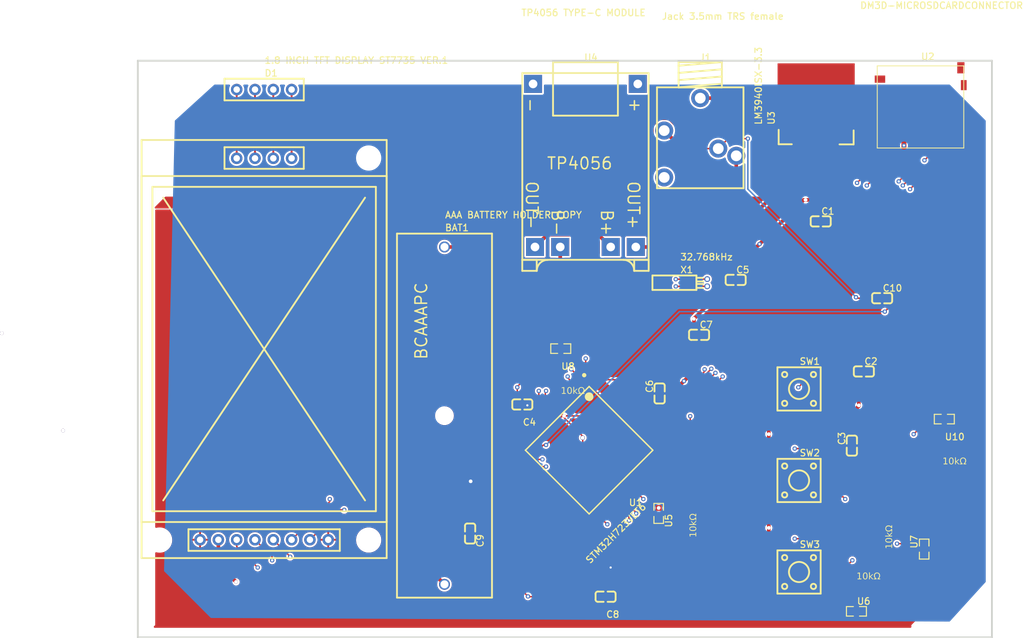
<source format=kicad_pcb>
(kicad_pcb (version 20241229) (generator "pcbnew") (generator_version "9.0")
  (layers (0 "F.Cu" signal "TopLayer") (4 "In1.Cu" signal "Inner1") (6 "In2.Cu" signal "Inner2") (2 "B.Cu" signal "BottomLayer") (13 "F.Paste" user "TopPasteMaskLayer") (15 "B.Paste" user "BottomPasteMaskLayer") (5 "F.SilkS" user "TopSilkLayer") (7 "B.SilkS" user "BottomSilkLayer") (1 "F.Mask" user "TopSolderMaskLayer") (3 "B.Mask" user "BottomSolderMaskLayer") (25 "Edge.Cuts" user "BoardOutLine"))
  (net 0 "")
  (net 1 "VCC")
  (net 2 "ANALOG_OUT")
  (net 3 "SDMMC_D1")
  (net 4 "SDMMC_D0")
  (net 5 "GND")
  (net 6 "SW1_4")
  (net 7 "SPI_MOSI")
  (net 8 "SDMMC_CMD")
  (net 9 "SW3_4")
  (net 10 "SDMMC_D2")
  (net 11 "SDMMC_CK")
  (net 12 "B-")
  (net 13 "VCC(ANALOG)")
  (net 14 "B+")
  (net 15 "CS")
  (net 16 "DC")
  (net 17 "SPI_SCK")
  (net 18 "RES")
  (net 19 "U1_12")
  (net 20 "U1_13")
  (net 21 "BTN_UP")
  (net 22 "BTN_DOWN")
  (net 23 "BTN_SELECT")
  (net 24 "J1_3")
  (net 25 "GND(ANALOG)")
  (net 26 "+5V")
  (net 27 "SW2_4")
  (net 28 "U1_98")
  (net 29 "U1_97")
  (net 30 "U1_96")
  (net 31 "U1_95")
  (net 32 "U1_94")
  (net 33 "U1_93")
  (net 34 "U1_92")
  (net 35 "U1_91")
  (net 36 "U1_90")
  (net 37 "U1_89")
  (net 38 "U1_88")
  (net 39 "U1_87")
  (net 40 "U1_86")
  (net 41 "U1_85")
  (net 42 "U1_84")
  (net 43 "U1_82")
  (net 44 "U1_81")
  (net 45 "U1_77")
  (net 46 "U1_76")
  (net 47 "U1_73")
  (net 48 "U1_72")
  (net 49 "U1_71")
  (net 50 "U1_70")
  (net 51 "U1_69")
  (net 52 "U1_68")
  (net 53 "U1_67")
  (net 54 "U1_65")
  (net 55 "U1_63")
  (net 56 "U1_62")
  (net 57 "U1_61")
  (net 58 "U1_59")
  (net 59 "U1_57")
  (net 60 "U1_56")
  (net 61 "U1_55")
  (net 62 "U1_54")
  (net 63 "U1_53")
  (net 64 "U1_51")
  (net 65 "U1_48")
  (net 66 "U1_47")
  (net 67 "U1_46")
  (net 68 "U1_45")
  (net 69 "U1_44")
  (net 70 "U1_43")
  (net 71 "U1_42")
  (net 72 "U1_41")
  (net 73 "U1_40")
  (net 74 "U1_39")
  (net 75 "U1_38")
  (net 76 "U1_37")
  (net 77 "U1_36")
  (net 78 "U1_35")
  (net 79 "U1_34")
  (net 80 "U1_33")
  (net 81 "U1_32")
  (net 82 "U1_30")
  (net 83 "U1_25")
  (net 84 "U1_24")
  (net 85 "U1_23")
  (net 86 "U1_22")
  (net 87 "U1_20")
  (net 88 "U1_18")
  (net 89 "U1_17")
  (net 90 "U1_16")
  (net 91 "U1_15")
  (net 92 "U1_14")
  (net 93 "U1_9")
  (net 94 "U1_8")
  (net 95 "U1_7")
  (net 96 "U1_6")
  (net 97 "U1_5")
  (net 98 "U1_4")
  (net 99 "SDMMC_D3")
  (net 100 "U2_P$9")
  (net 101 "U2_P$10")
  (net 102 "U2_P$11")
  (net 103 "U2_P$12")
  (net 104 "U2_P$13")
  (net 105 "U2_P$14")
  (net 106 "U4_5")
  (net 107 "U4_6")
  (footprint "PCB_PCB_MP3-V3.0_2025-07-22:C0603" (layer "F.Cu") (at 159.756 106.853 90)
    (property "Reference" "C6")
    (property "Value" "CAPCER0.1UF16VX5R0603,CAPCER0.1UF25VX5R0603,CAPCER0.1UF16VX7R0603" (hide yes))
  )
  (footprint "PCB_PCB_MP3-V3.0_2025-07-22:C0603" (layer "F.Cu") (at 152.263 135.047 180)
    (property "Reference" "C8")
    (property "Value" "CAPCER0.1UF16VX5R0603,CAPCER0.1UF25VX5R0603,CAPCER0.1UF16VX7R0603" (hide yes))
  )
  (footprint "PCB_PCB_MP3-V3.0_2025-07-22:SW-SMD_4P-L6.0-W6.0-P4.50-LS9.0-H7.3" (layer "F.Cu") (at 179.0999 106.222)
    (property "Reference" "SW1")
    (property "Value" "HX-6X6X7.3-TP FT SQUARE BUTTON" (hide yes))
  )
  (footprint "PCB_PCB_MP3-V3.0_2025-07-22:JACK_35_ST" (layer "F.Cu") (at 160.391 76.881)
    (property "Reference" "J1")
    (property "Value" "Jack 3.5mm TRS female")
  )
  (footprint "PCB_PCB_MP3-V3.0_2025-07-22:AAA BATTERY HOLDER (BCAAAPC)" (layer "F.Cu") (at 129.911 86.533)
    (property "Reference" "BAT1")
    (property "Value" "AAA BATTERY HOLDER COPY")
  )
  (footprint "PCB_PCB_MP3-V3.0_2025-07-22:R0603" (layer "F.Cu") (at 196.459 128.443 90)
    (property "Reference" "U7")
    (property "Value" "10kΩ")
  )
  (footprint "PCB_PCB_MP3-V3.0_2025-07-22:SW-SMD_4P-L6.0-W6.0-P4.50-LS9.0-H7.3" (layer "F.Cu") (at 179.0999 118.922)
    (property "Reference" "SW2")
    (property "Value" "HX-6X6X7.3-TP FT SQUARE BUTTON" (hide yes))
  )
  (footprint "PCB_PCB_MP3-V3.0_2025-07-22:C0603" (layer "F.Cu") (at 170.3099 91.097)
    (property "Reference" "C5")
    (property "Value" "CAPCER0.1UF16VX5R0603,CAPCER0.1UF25VX5R0603,CAPCER0.1UF16VX7R0603" (hide yes))
  )
  (footprint "PCB_PCB_MP3-V3.0_2025-07-22:SW-SMD_4P-L6.0-W6.0-P4.50-LS9.0-H7.3" (layer "F.Cu") (at 179.0999 131.622)
    (property "Reference" "SW3")
    (property "Value" "HX-6X6X7.3-TP FT SQUARE BUTTON" (hide yes))
  )
  (footprint "PCB_PCB_MP3-V3.0_2025-07-22:TO-263-3L_L10.0-W9.2-P2.54-TL" (layer "F.Cu") (at 181.473 70.658 90)
    (property "Reference" "U3")
    (property "Value" "LM3940ISX-3.3")
  )
  (footprint "PCB_PCB_MP3-V3.0_2025-07-22:R0603" (layer "F.Cu") (at 159.629 123.49 -90)
    (property "Reference" "U5")
    (property "Value" "10kΩ")
  )
  (footprint "PCB_PCB_MP3-V3.0_2025-07-22:R0603" (layer "F.Cu") (at 146.04 100.63 180)
    (property "Reference" "U8")
    (property "Value" "10kΩ")
  )
  (footprint "PCB_PCB_MP3-V3.0_2025-07-22:R0603" (layer "F.Cu") (at 187.061 137.079)
    (property "Reference" "U6")
    (property "Value" "10kΩ")
  )
  (footprint "PCB_PCB_MP3-V3.0_2025-07-22:C0603" (layer "F.Cu") (at 186.426 114.092 90)
    (property "Reference" "C3")
    (property "Value" "CAPCER0.1UF16VX5R0603,CAPCER0.1UF25VX5R0603,CAPCER0.1UF16VX7R0603" (hide yes))
  )
  (footprint "PCB_PCB_MP3-V3.0_2025-07-22:TP4056 TYPE-C MODULE, 18650 1A LIPO BATTERY CHARGING BOARD" (layer "F.Cu") (at 149.469 62.403)
    (property "Reference" "U4")
    (property "Value" "TP4056 TYPE-C MODULE")
  )
  (footprint "PCB_PCB_MP3-V3.0_2025-07-22:C0603" (layer "F.Cu") (at 165.2299 98.717)
    (property "Reference" "C7")
    (property "Value" "CAPCER0.1UF16VX5R0603,CAPCER0.1UF25VX5R0603,CAPCER0.1UF16VX7R0603" (hide yes))
  )
  (footprint "PCB_PCB_MP3-V3.0_2025-07-22:DM3D-MICROSDCARDCONNECTOR" (layer "F.Cu") (at 195.951 67.102)
    (property "Reference" "U2")
    (property "Value" "DM3D-MICROSDCARDCONNECTOR")
  )
  (footprint "PCB_PCB_MP3-V3.0_2025-07-22:C0603" (layer "F.Cu") (at 133.467 126.284 -90)
    (property "Reference" "C9")
    (property "Value" "CAPCER0.1UF16VX5R0603,CAPCER0.1UF25VX5R0603,CAPCER0.1UF16VX7R0603" (hide yes))
  )
  (footprint "PCB_PCB_MP3-V3.0_2025-07-22:R0603" (layer "F.Cu") (at 199.253 110.409 180)
    (property "Reference" "U10")
    (property "Value" "10kΩ")
  )
  (footprint "PCB_PCB_MP3-V3.0_2025-07-22:C0603" (layer "F.Cu") (at 190.6299 93.637)
    (property "Reference" "C10")
    (property "Value" "CAPCER0.1UF16VX5R0603,CAPCER0.1UF25VX5R0603,CAPCER0.1UF16VX7R0603" (hide yes))
  )
  (footprint "PCB_PCB_MP3-V3.0_2025-07-22:1.8_INCH_TFT_DISPLAY_ST7735" (layer "F.Cu") (at 104.8919 100.6891)
    (property "Reference" "D1")
    (property "Value" "1.8 INCH TFT DISPLAY ST7735 VER.1")
  )
  (footprint "PCB_PCB_MP3-V3.0_2025-07-22:C0603" (layer "F.Cu") (at 140.706 108.377 180)
    (property "Reference" "C4")
    (property "Value" "CAPCER0.1UF16VX5R0603,CAPCER0.1UF25VX5R0603,CAPCER0.1UF16VX7R0603" (hide yes))
  )
  (footprint "PCB_PCB_MP3-V3.0_2025-07-22:C0603" (layer "F.Cu") (at 188.0899 103.797)
    (property "Reference" "C2")
    (property "Value" "CAPCER0.1UF16VX5R0603,CAPCER0.1UF25VX5R0603,CAPCER0.1UF16VX7R0603" (hide yes))
  )
  (footprint "PCB_PCB_MP3-V3.0_2025-07-22:CRYSTAL-TH_BD2.0-P0.70-D0.3" (layer "F.Cu") (at 166.36 91.486)
    (property "Reference" "X1")
    (property "Value" "32.768kHz")
  )
  (footprint "PCB_PCB_MP3-V3.0_2025-07-22:LQFP-100_L14.0-W14.0-P0.50-LS16.0-BL" (layer "F.Cu") (at 149.977 114.727 -135)
    (property "Reference" "U1")
    (property "Value" "STM32H723VET6")
  )
  (footprint "PCB_PCB_MP3-V3.0_2025-07-22:C0603" (layer "F.Cu") (at 182.108 82.977)
    (property "Reference" "C1")
    (property "Value" "CAPCER0.1UF16VX5R0603,CAPCER0.1UF25VX5R0603,CAPCER0.1UF16VX7R0603" (hide yes))
  )
  (gr_line (start 87.366 60.6882) (end 205.8567 60.6882) (stroke (width 0.254)) (layer "Edge.Cuts"))
  (gr_line (start 205.8567 140.688) (end 87.366 140.688) (stroke (width 0.254)) (layer "Edge.Cuts"))
  (gr_line (start 87.366 140.688) (end 87.366 60.6882) (stroke (width 0.254)) (layer "Edge.Cuts"))
  (gr_line (start 205.8567 60.6882) (end 205.8567 140.688) (stroke (width 0.254)) (layer "Edge.Cuts"))
  (via (at 68.5 98.5) (size 0.508) (drill 0.508) (layers "F.Cu" "B.Cu") (net 0))
  (via (at 77 112) (size 0.508) (drill 0.508) (layers "F.Cu" "B.Cu") (net 0))
  (segment (start 195.227852 71.271) (end 188.7002 71.271) (width 0.2) (layer "F.Cu") (net 1))
  (segment (start 184.013 81.772) (end 182.808 82.977) (width 0.508) (layer "F.Cu") (net 1))
  (segment (start 188.7002 71.271) (end 184.013 75.9582) (width 0.2) (layer "F.Cu") (net 1))
  (segment (start 170.5 80.4901) (end 160.391 70.3811) (width 0.508) (layer "F.Cu") (net 1))
  (segment (start 170.391 81.391) (end 170.5 81.5) (width 0.508) (layer "F.Cu") (net 1))
  (segment (start 200.0064 110.409) (end 193.3945 103.7971) (width 0.508) (layer "F.Cu") (net 1))
  (segment (start 170.391 73.8813) (end 170.391 81.391) (width 0.508) (layer "F.Cu") (net 1))
  (segment (start 175.6459 91.0971) (end 171.01 91.0971) (width 0.508) (layer "F.Cu") (net 1))
  (segment (start 186.426 113.392) (end 197.0234 113.392) (width 0.508) (layer "F.Cu") (net 1))
  (segment (start 197.0234 113.392) (end 200.0064 110.409) (width 0.508) (layer "F.Cu") (net 1))
  (segment (start 195.8509 72.4523) (end 195.8509 71.894048) (width 0.2) (layer "F.Cu") (net 1))
  (segment (start 170.5 81.5) (end 170.5 80.4901) (width 0.508) (layer "F.Cu") (net 1))
  (segment (start 182.808 83.935) (end 175.6459 91.0971) (width 0.508) (layer "F.Cu") (net 1))
  (segment (start 193.3945 103.7971) (end 188.79 103.7971) (width 0.508) (layer "F.Cu") (net 1))
  (segment (start 182.808 82.977) (end 182.808 83.935) (width 0.508) (layer "F.Cu") (net 1))
  (segment (start 184.013 75.9582) (end 184.013 81.772) (width 0.508) (layer "F.Cu") (net 1))
  (segment (start 195.8509 71.894048) (end 195.227852 71.271) (width 0.2) (layer "F.Cu") (net 1))
  (segment (start 191.33 95.17) (end 191 95.5) (width 0.2) (layer "F.Cu") (net 2))
  (segment (start 191.33 93.6371) (end 191.33 95.17) (width 0.2) (layer "F.Cu") (net 2))
  (segment (start 143.6331 114) (end 141.103 116.5301) (width 0.2) (layer "F.Cu") (net 2))
  (segment (start 144 114) (end 143.6331 114) (width 0.2) (layer "F.Cu") (net 2))
  (via (at 191 95.5) (size 0.6) (drill 0.3) (layers "F.Cu" "B.Cu") (net 2))
  (via (at 144 114) (size 0.6) (drill 0.3) (layers "F.Cu" "B.Cu") (net 2))
  (segment (start 162.5 95.5) (end 144 114) (width 0.2) (layer "B.Cu") (net 2))
  (segment (start 191 95.5) (end 162.5 95.5) (width 0.2) (layer "B.Cu") (net 2))
  (segment (start 164 115.5) (end 164 110) (width 0.2) (layer "F.Cu") (net 3))
  (segment (start 159.938081 119.561919) (end 164 115.5) (width 0.2) (layer "F.Cu") (net 3))
  (segment (start 191.4511 73.332) (end 191.4511 72.4523) (width 0.2) (layer "F.Cu") (net 3))
  (segment (start 156.933318 119.561919) (end 159.938081 119.561919) (width 0.2) (layer "F.Cu") (net 3))
  (segment (start 156.3763 119.004901) (end 156.933318 119.561919) (width 0.2) (layer "F.Cu") (net 3))
  (segment (start 187.14155 77.64155) (end 191.4511 73.332) (width 0.2) (layer "F.Cu") (net 3))
  (via (at 187.14155 77.64155) (size 0.6) (drill 0.3) (layers "F.Cu" "B.Cu") (net 3))
  (via (at 164 110) (size 0.6) (drill 0.3) (layers "F.Cu" "B.Cu") (net 3))
  (segment (start 192.551 73.949) (end 188.5 78) (width 0.2) (layer "F.Cu") (net 4))
  (segment (start 152.4715 125) (end 152.5 125) (width 0.2) (layer "F.Cu") (net 4))
  (segment (start 192.551 72.4523) (end 192.551 73.949) (width 0.2) (layer "F.Cu") (net 4))
  (segment (start 151.4263 123.9548) (end 152.4715 125) (width 0.2) (layer "F.Cu") (net 4))
  (via (at 188.5 78) (size 0.6) (drill 0.3) (layers "F.Cu" "B.Cu") (net 4))
  (via (at 152.5 125) (size 0.6) (drill 0.3) (layers "F.Cu" "B.Cu") (net 4))
  (segment (start 173.6245 86.1245) (end 169.6099 90.1391) (width 0.508) (layer "F.Cu") (net 5))
  (segment (start 174.9 116.6719) (end 174.9 112.5) (width 0.508) (layer "F.Cu") (net 5))
  (segment (start 180.9497 65.8813) (end 181.473 65.358) (width 0.508) (layer "F.Cu") (net 5))
  (segment (start 146.5 109.962681) (end 152.991181 109.962681) (width 0.2) (layer "F.Cu") (net 5))
  (segment (start 146.256219 109.962681) (end 146.5 109.962681) (width 0.2) (layer "F.Cu") (net 5))
  (segment (start 149.084519 123.397981) (end 148.5277 123.9548) (width 0.2) (layer "F.Cu") (net 5))
  (segment (start 98.542 127.1491) (end 98.542 130.542) (width 0.508) (layer "F.Cu") (net 5))
  (segment (start 184.5 111.5) (end 187.3899 108.6101) (width 0.508) (layer "F.Cu") (net 5))
  (segment (start 174.9 125.5) (end 174.9 121.172) (width 0.508) (layer "F.Cu") (net 5))
  (segment (start 145.699099 108.3277) (end 146.256219 108.88482) (width 0.2) (layer "F.Cu") (net 5))
  (segment (start 181.408 80.092) (end 181.408 82.977) (width 0.508) (layer "F.Cu") (net 5))
  (segment (start 187.3899 108.6101) (end 187.3899 108.5) (width 0.508) (layer "F.Cu") (net 5))
  (segment (start 152.991181 109.962681) (end 159.2048 116.1763) (width 0.2) (layer "F.Cu") (net 5))
  (segment (start 146.256219 109.962681) (end 149.084519 112.790981) (width 0.2) (layer "F.Cu") (net 5))
  (segment (start 155.942381 104.942381) (end 158.553 107.553) (width 0.2) (layer "F.Cu") (net 5))
  (segment (start 174.9 129.3719) (end 174.9 125.5) (width 0.508) (layer "F.Cu") (net 5))
  (segment (start 147.8539 84.826) (end 152.0279 89) (width 0.508) (layer "F.Cu") (net 5))
  (segment (start 146.256219 109.962681) (end 146.962819 109.962681) (width 0.2) (layer "F.Cu") (net 5))
  (segment (start 165.391 65.8813) (end 180.9497 65.8813) (width 0.508) (layer "F.Cu") (net 5))
  (segment (start 185.468 114.792) (end 184.5 113.824) (width 0.508) (layer "F.Cu") (net 5))
  (segment (start 159.2048 116.1763) (end 159.2048 116.2048) (width 0.2) (layer "F.Cu") (net 5))
  (segment (start 184.115 68) (end 181.473 65.358) (width 0.2) (layer "F.Cu") (net 5))
  (segment (start 179.749 80) (end 173.6245 86.1245) (width 0.508) (layer "F.Cu") (net 5))
  (segment (start 184.5 113.824) (end 184.5 111.5) (width 0.508) (layer "F.Cu") (net 5))
  (segment (start 169.5971 91.0971) (end 169.6099 91.0971) (width 0.508) (layer "F.Cu") (net 5))
  (segment (start 158.553 107.553) (end 159.756 107.553) (width 0.2) (layer "F.Cu") (net 5))
  (segment (start 174.9 103.9719) (end 174.9 108.472) (width 0.508) (layer "F.Cu") (net 5))
  (segment (start 151.4263 105.4992) (end 151.983119 104.942381) (width 0.2) (layer "F.Cu") (net 5))
  (segment (start 164.5299 96.5299) (end 164.5299 98.7171) (width 0.508) (layer "F.Cu") (net 5))
  (segment (start 169.6099 90.1391) (end 169.6099 91.0971) (width 0.508) (layer "F.Cu") (net 5))
  (segment (start 146.962819 109.962681) (end 151.4263 105.4992) (width 0.2) (layer "F.Cu") (net 5))
  (segment (start 98.542 130.542) (end 101 133) (width 0.508) (layer "F.Cu") (net 5))
  (segment (start 186.426 114.792) (end 185.468 114.792) (width 0.508) (layer "F.Cu") (net 5))
  (segment (start 169.6099 91.3901) (end 164.5 96.5) (width 0.508) (layer "F.Cu") (net 5))
  (segment (start 169.6099 91.0971) (end 169.6099 91.3901) (width 0.508) (layer "F.Cu") (net 5))
  (segment (start 146.256219 108.88482) (end 146.256219 109.962681) (width 0.2) (layer "F.Cu") (net 5))
  (segment (start 164.5299 98.7171) (end 164.5299 103.7371) (width 0.508) (layer "F.Cu") (net 5))
  (segment (start 181.5 80) (end 181.408 80.092) (width 0.508) (layer "F.Cu") (net 5))
  (segment (start 181.5 80) (end 180 80) (width 0.508) (layer "F.Cu") (net 5))
  (segment (start 181.473 79.973) (end 181.5 80) (width 0.508) (layer "F.Cu") (net 5))
  (segment (start 174.9 112.5) (end 174.9 108.472) (width 0.508) (layer "F.Cu") (net 5))
  (segment (start 174.9 133.872) (end 174.9 129.3719) (width 0.508) (layer "F.Cu") (net 5))
  (segment (start 142.469 86.531) (end 144.174 84.826) (width 0.508) (layer "F.Cu") (net 5))
  (segment (start 151.983119 104.942381) (end 155.942381 104.942381) (width 0.2) (layer "F.Cu") (net 5))
  (segment (start 149.084519 112.790981) (end 149.084519 113) (width 0.2) (layer "F.Cu") (net 5))
  (segment (start 174.9 116.6719) (end 174.9 121.172) (width 0.508) (layer "F.Cu") (net 5))
  (segment (start 167.5 89) (end 169.5971 91.0971) (width 0.508) (layer "F.Cu") (net 5))
  (segment (start 152.0279 89) (end 167.5 89) (width 0.508) (layer "F.Cu") (net 5))
  (segment (start 160.714 107.553) (end 159.756 107.553) (width 0.508) (layer "F.Cu") (net 5))
  (segment (start 144.174 84.826) (end 147.8539 84.826) (width 0.508) (layer "F.Cu") (net 5))
  (segment (start 164.5299 103.7371) (end 163.1335 105.1335) (width 0.508) (layer "F.Cu") (net 5))
  (segment (start 163.1335 105.1335) (end 160.714 107.553) (width 0.508) (layer "F.Cu") (net 5))
  (segment (start 181.473 75.9582) (end 181.473 79.973) (width 0.508) (layer "F.Cu") (net 5))
  (segment (start 146.256219 109.962681) (end 140.3959 115.823) (width 0.2) (layer "F.Cu") (net 5))
  (segment (start 187.3899 108.5) (end 187.3899 103.7971) (width 0.508) (layer "F.Cu") (net 5))
  (segment (start 164.5 96.5) (end 164.5299 96.5299) (width 0.508) (layer "F.Cu") (net 5))
  (segment (start 149.084519 113) (end 149.084519 123.397981) (width 0.2) (layer "F.Cu") (net 5))
  (segment (start 180 80) (end 179.749 80) (width 0.508) (layer "F.Cu") (net 5))
  (via (at 187.3899 108.5) (size 0.508) (drill 0.508) (layers "F.Cu" "B.Cu") (net 5))
  (via (at 164.5 96.5) (size 0.508) (drill 0.508) (layers "F.Cu" "B.Cu") (net 5))
  (via (at 180 80) (size 0.508) (drill 0.508) (layers "F.Cu" "B.Cu") (net 5))
  (via (at 146.5 109.962681) (size 0.508) (drill 0.508) (layers "F.Cu" "B.Cu") (net 5))
  (via (at 174.9 112.5) (size 0.508) (drill 0.508) (layers "F.Cu" "B.Cu") (net 5))
  (via (at 159.629 122.7366) (size 0.508) (drill 0.508) (layers "F.Cu" "B.Cu") (net 5))
  (via (at 149.084519 113) (size 0.508) (drill 0.508) (layers "F.Cu" "B.Cu") (net 5))
  (via (at 101 133) (size 0.508) (drill 0.508) (layers "F.Cu" "B.Cu") (net 5))
  (via (at 193.651 72.4523) (size 0.6) (drill 0.3) (layers "F.Cu" "B.Cu") (net 5))
  (via (at 173.6245 86.1245) (size 0.6) (drill 0.3) (layers "F.Cu" "B.Cu") (net 5))
  (via (at 142.469 86.531) (size 0.508) (drill 0.508) (layers "F.Cu" "B.Cu") (net 5))
  (via (at 174.9 125.5) (size 0.508) (drill 0.508) (layers "F.Cu" "B.Cu") (net 5))
  (via (at 149.084519 113) (size 0.6) (drill 0.3) (layers "F.Cu" "B.Cu") (net 5))
  (via (at 163.1335 105.1335) (size 0.6) (drill 0.3) (layers "F.Cu" "B.Cu") (net 5))
  (segment (start 187.8144 137.079) (end 187.8144 118.8144) (width 0.2) (layer "F.Cu") (net 6))
  (segment (start 183.3 114.3) (end 183.3 108.472) (width 0.2) (layer "F.Cu") (net 6))
  (segment (start 187.8144 118.8144) (end 183.3 114.3) (width 0.2) (layer "F.Cu") (net 6))
  (segment (start 114 121.5) (end 114 121.8511) (width 0.2) (layer "F.Cu") (net 7))
  (segment (start 142.7541 117) (end 144 117) (width 0.2) (layer "F.Cu") (net 7))
  (segment (start 114 121.8511) (end 108.702 127.1491) (width 0.2) (layer "F.Cu") (net 7))
  (segment (start 142.1635 117.5906) (end 142.7541 117) (width 0.2) (layer "F.Cu") (net 7))
  (via (at 144 117) (size 0.6) (drill 0.3) (layers "F.Cu" "B.Cu") (net 7))
  (via (at 114 121.5) (size 0.6) (drill 0.3) (layers "F.Cu" "B.Cu") (net 7))
  (segment (start 158.2397 110) (end 159.5 110) (width 0.2) (layer "F.Cu") (net 8))
  (segment (start 159.794 110) (end 165.647 104.147) (width 0.2) (layer "F.Cu") (net 8))
  (segment (start 166 103.794) (end 166 103.5) (width 0.2) (layer "F.Cu") (net 8))
  (segment (start 196.951 74.049) (end 196.951 72.4523) (width 0.2) (layer "F.Cu") (net 8))
  (segment (start 157.0834 111.1563) (end 158.2397 110) (width 0.2) (layer "F.Cu") (net 8))
  (segment (start 196.5 74.5) (end 196.951 74.049) (width 0.2) (layer "F.Cu") (net 8))
  (segment (start 159.5 110) (end 159.794 110) (width 0.2) (layer "F.Cu") (net 8))
  (segment (start 165.647 104.147) (end 166 103.794) (width 0.2) (layer "F.Cu") (net 8))
  (via (at 166 103.5) (size 0.6) (drill 0.3) (layers "F.Cu" "B.Cu") (net 8))
  (via (at 196.5 74.5) (size 0.6) (drill 0.3) (layers "F.Cu" "B.Cu") (net 8))
  (segment (start 183.3 133.872) (end 183.3 133.2) (width 0.2) (layer "F.Cu") (net 9))
  (segment (start 183.3 133.2) (end 186.5 130) (width 0.2) (layer "F.Cu") (net 9))
  (segment (start 195 112.5) (end 197.091 110.409) (width 0.2) (layer "F.Cu") (net 9))
  (segment (start 197.091 110.409) (end 198.4996 110.409) (width 0.2) (layer "F.Cu") (net 9))
  (via (at 195 112.5) (size 0.6) (drill 0.3) (layers "F.Cu" "B.Cu") (net 9))
  (via (at 186.5 130) (size 0.6) (drill 0.3) (layers "F.Cu" "B.Cu") (net 9))
  (segment (start 199.1509 73.8491) (end 199.1509 72.4523) (width 0.2) (layer "F.Cu") (net 10))
  (segment (start 164.5 107.5) (end 165 107.5) (width 0.2) (layer "F.Cu") (net 10))
  (segment (start 164.5 107.5) (end 165.5 107.5) (width 0.2) (layer "F.Cu") (net 10))
  (segment (start 158.851 112.9239) (end 164.2749 107.5) (width 0.2) (layer "F.Cu") (net 10))
  (segment (start 194.5 78.5) (end 199.1509 73.8491) (width 0.2) (layer "F.Cu") (net 10))
  (segment (start 164.2749 107.5) (end 164.5 107.5) (width 0.2) (layer "F.Cu") (net 10))
  (segment (start 165.5 107.5) (end 168.5 104.5) (width 0.2) (layer "F.Cu") (net 10))
  (via (at 168.5 104.5) (size 0.6) (drill 0.3) (layers "F.Cu" "B.Cu") (net 10))
  (via (at 194.5 78.5) (size 0.6) (drill 0.3) (layers "F.Cu" "B.Cu") (net 10))
  (segment (start 158.1441 112.217) (end 166.93055 103.43055) (width 0.2) (layer "F.Cu") (net 11))
  (segment (start 194.7511 75.61) (end 194.7511 72.4523) (width 0.2) (layer "F.Cu") (net 11))
  (segment (start 192.93055 77.43055) (end 194.7511 75.61) (width 0.2) (layer "F.Cu") (net 11))
  (via (at 166.93055 103.43055) (size 0.6) (drill 0.3) (layers "F.Cu" "B.Cu") (net 11))
  (via (at 192.93055 77.43055) (size 0.6) (drill 0.3) (layers "F.Cu" "B.Cu") (net 11))
  (segment (start 128.351 109.291927) (end 145.9689 91.674027) (width 0.508) (layer "F.Cu") (net 12))
  (segment (start 129.911 133.333) (end 128.351 131.773) (width 0.508) (layer "F.Cu") (net 12))
  (segment (start 145.9689 91.674027) (end 145.9689 86.531) (width 0.508) (layer "F.Cu") (net 12))
  (segment (start 128.351 131.773) (end 128.351 109.291927) (width 0.508) (layer "F.Cu") (net 12))
  (segment (start 141.4915 135.0085) (end 133.467 126.984) (width 0.2) (layer "F.Cu") (net 13))
  (segment (start 140.006 105.9106) (end 145.2866 100.63) (width 0.2) (layer "F.Cu") (net 13))
  (segment (start 151.563 135.047) (end 141.53 135.047) (width 0.2) (layer "F.Cu") (net 13))
  (segment (start 140.006 108.377) (end 140.006 106) (width 0.2) (layer "F.Cu") (net 13))
  (segment (start 140.006 110.4131) (end 140.006 108.377) (width 0.2) (layer "F.Cu") (net 13))
  (segment (start 140.006 106) (end 140.006 105.9106) (width 0.2) (layer "F.Cu") (net 13))
  (segment (start 141.53 135.047) (end 141.4915 135.0085) (width 0.2) (layer "F.Cu") (net 13))
  (segment (start 141.8099 112.217) (end 140.006 110.4131) (width 0.2) (layer "F.Cu") (net 13))
  (via (at 140.006 106) (size 0.6) (drill 0.3) (layers "F.Cu" "B.Cu") (net 13))
  (via (at 141.4915 135.0085) (size 0.6) (drill 0.3) (layers "F.Cu" "B.Cu") (net 13))
  (segment (start 149.9379 83.5) (end 152.9689 86.531) (width 0.508) (layer "F.Cu") (net 14))
  (segment (start 133.467 86.533) (end 136.5 83.5) (width 0.508) (layer "F.Cu") (net 14))
  (segment (start 136.5 83.5) (end 149.9379 83.5) (width 0.508) (layer "F.Cu") (net 14))
  (segment (start 129.911 86.533) (end 133.467 86.533) (width 0.508) (layer "F.Cu") (net 14))
  (segment (start 154.254901 121.1263) (end 156.5 123.371399) (width 0.2) (layer "F.Cu") (net 15))
  (segment (start 101.082 128.082) (end 101.082 127.1491) (width 0.2) (layer "F.Cu") (net 15))
  (segment (start 156.5 123.371399) (end 156.5 123.5) (width 0.2) (layer "F.Cu") (net 15))
  (segment (start 104 131) (end 101.082 128.082) (width 0.2) (layer "F.Cu") (net 15))
  (via (at 156.5 123.5) (size 0.6) (drill 0.3) (layers "F.Cu" "B.Cu") (net 15))
  (via (at 104 131) (size 0.6) (drill 0.3) (layers "F.Cu" "B.Cu") (net 15))
  (segment (start 108.5 129.5) (end 108.5 129.4871) (width 0.2) (layer "F.Cu") (net 16))
  (segment (start 155.7123 119.7123) (end 157.5 121.5) (width 0.2) (layer "F.Cu") (net 16))
  (segment (start 155.6691 119.7123) (end 155.7123 119.7123) (width 0.2) (layer "F.Cu") (net 16))
  (segment (start 108.5 129.4871) (end 106.162 127.1491) (width 0.2) (layer "F.Cu") (net 16))
  (via (at 108.5 129.5) (size 0.6) (drill 0.3) (layers "F.Cu" "B.Cu") (net 16))
  (via (at 157.5 121.5) (size 0.6) (drill 0.3) (layers "F.Cu" "B.Cu") (net 16))
  (segment (start 142.3398 116) (end 143.5 116) (width 0.2) (layer "F.Cu") (net 17))
  (segment (start 115.3911 123) (end 111.242 127.1491) (width 0.2) (layer "F.Cu") (net 17))
  (segment (start 116 123) (end 115.3911 123) (width 0.2) (layer "F.Cu") (net 17))
  (segment (start 141.4563 116.8835) (end 142.3398 116) (width 0.2) (layer "F.Cu") (net 17))
  (via (at 116 123) (size 0.6) (drill 0.3) (layers "F.Cu" "B.Cu") (net 17))
  (via (at 143.5 116) (size 0.6) (drill 0.3) (layers "F.Cu" "B.Cu") (net 17))
  (segment (start 155.5 124) (end 155.5 124.5) (width 0.2) (layer "F.Cu") (net 18))
  (segment (start 106 129.5271) (end 103.622 127.1491) (width 0.2) (layer "F.Cu") (net 18))
  (segment (start 153.5477 121.8334) (end 155.5 123.7857) (width 0.2) (layer "F.Cu") (net 18))
  (segment (start 106 130) (end 106 129.5271) (width 0.2) (layer "F.Cu") (net 18))
  (segment (start 155.5 123.7857) (end 155.5 124) (width 0.2) (layer "F.Cu") (net 18))
  (via (at 106 130) (size 0.6) (drill 0.3) (layers "F.Cu" "B.Cu") (net 18))
  (via (at 155.5 124.5) (size 0.6) (drill 0.3) (layers "F.Cu" "B.Cu") (net 18))
  (segment (start 144.992 109.0349) (end 143.901 107.9439) (width 0.2) (layer "F.Cu") (net 19))
  (segment (start 162.5 92) (end 162.5139 91.9861) (width 0.2) (layer "F.Cu") (net 19))
  (segment (start 162.5139 91.9861) (end 166.36 91.9861) (width 0.2) (layer "F.Cu") (net 19))
  (segment (start 143.901 107.9439) (end 143.901 106.599) (width 0.2) (layer "F.Cu") (net 19))
  (segment (start 143.901 106.599) (end 144 106.5) (width 0.2) (layer "F.Cu") (net 19))
  (segment (start 162 92) (end 162.5 92) (width 0.2) (layer "F.Cu") (net 19))
  (via (at 162 92) (size 0.6) (drill 0.3) (layers "F.Cu" "B.Cu") (net 19))
  (via (at 144 106.5) (size 0.6) (drill 0.3) (layers "F.Cu" "B.Cu") (net 19))
  (segment (start 162 91) (end 162.5 91) (width 0.2) (layer "F.Cu") (net 20))
  (segment (start 162.5139 90.9861) (end 166.36 90.9861) (width 0.2) (layer "F.Cu") (net 20))
  (segment (start 144.6384 109.3884) (end 143 107.75) (width 0.2) (layer "F.Cu") (net 20))
  (segment (start 162.5 91) (end 162.5139 90.9861) (width 0.2) (layer "F.Cu") (net 20))
  (segment (start 143 107.75) (end 143 106.5) (width 0.2) (layer "F.Cu") (net 20))
  (via (at 143 106.5) (size 0.6) (drill 0.3) (layers "F.Cu" "B.Cu") (net 20))
  (via (at 162 91) (size 0.6) (drill 0.3) (layers "F.Cu" "B.Cu") (net 20))
  (segment (start 148.881 103.119) (end 148.881 105.1459) (width 0.2) (layer "F.Cu") (net 21))
  (segment (start 181.0281 103.9719) (end 179 106) (width 0.2) (layer "F.Cu") (net 21))
  (segment (start 149.5 102.5) (end 148.881 103.119) (width 0.2) (layer "F.Cu") (net 21))
  (segment (start 183.3 103.9719) (end 181.0281 103.9719) (width 0.2) (layer "F.Cu") (net 21))
  (segment (start 149.5 102) (end 149.5 102.5) (width 0.2) (layer "F.Cu") (net 21))
  (via (at 179 106) (size 0.6) (drill 0.3) (layers "F.Cu" "B.Cu") (net 21))
  (via (at 149.5 102) (size 0.6) (drill 0.3) (layers "F.Cu" "B.Cu") (net 21))
  (segment (start 147.970381 104.941881) (end 148.5277 105.4992) (width 0.2) (layer "F.Cu") (net 22))
  (segment (start 147.5 103.5) (end 147.970381 103.970381) (width 0.2) (layer "F.Cu") (net 22))
  (segment (start 183.3 115.8) (end 182 114.5) (width 0.2) (layer "F.Cu") (net 22))
  (segment (start 183.3 116.6719) (end 183.3 115.8) (width 0.2) (layer "F.Cu") (net 22))
  (segment (start 147.970381 103.970381) (end 147.970381 104.941881) (width 0.2) (layer "F.Cu") (net 22))
  (segment (start 182 114.5) (end 178.5 114.5) (width 0.2) (layer "F.Cu") (net 22))
  (via (at 178.5 114.5) (size 0.6) (drill 0.3) (layers "F.Cu" "B.Cu") (net 22))
  (via (at 147.5 103.5) (size 0.6) (drill 0.3) (layers "F.Cu" "B.Cu") (net 22))
  (segment (start 183.3 129.3719) (end 183.3 128.3) (width 0.2) (layer "F.Cu") (net 23))
  (segment (start 147 104.5) (end 147 104.6791) (width 0.2) (layer "F.Cu") (net 23))
  (segment (start 182 127) (end 178.5 127) (width 0.2) (layer "F.Cu") (net 23))
  (segment (start 147 104.6791) (end 148.1739 105.853) (width 0.2) (layer "F.Cu") (net 23))
  (segment (start 183.3 128.3) (end 182 127) (width 0.2) (layer "F.Cu") (net 23))
  (via (at 147 104.5) (size 0.6) (drill 0.3) (layers "F.Cu" "B.Cu") (net 23))
  (via (at 178.5 127) (size 0.6) (drill 0.3) (layers "F.Cu" "B.Cu") (net 23))
  (segment (start 158.84 75.3303) (end 160.391 76.8813) (width 0.2) (layer "F.Cu") (net 24))
  (segment (start 187 93.5) (end 187.1371 93.6371) (width 0.2) (layer "F.Cu") (net 24))
  (segment (start 159.748554 68.8301) (end 158.84 69.738654) (width 0.2) (layer "F.Cu") (net 24))
  (segment (start 163.676088 72.8813) (end 162.147394 71.352606) (width 0.2) (layer "F.Cu") (net 24))
  (segment (start 169.2724 71.5) (end 172 71.5) (width 0.2) (layer "F.Cu") (net 24))
  (segment (start 187.1371 93.6371) (end 189.9299 93.6371) (width 0.2) (layer "F.Cu") (net 24))
  (segment (start 167.8911 72.8813) (end 163.676088 72.8813) (width 0.2) (layer "F.Cu") (net 24))
  (segment (start 161.033446 68.8301) (end 159.748554 68.8301) (width 0.2) (layer "F.Cu") (net 24))
  (segment (start 162.147394 71.352606) (end 162.147394 69.944048) (width 0.2) (layer "F.Cu") (net 24))
  (segment (start 158.84 69.738654) (end 158.84 75.3303) (width 0.2) (layer "F.Cu") (net 24))
  (segment (start 162.147394 69.944048) (end 161.033446 68.8301) (width 0.2) (layer "F.Cu") (net 24))
  (segment (start 167.8911 72.8813) (end 169.2724 71.5) (width 0.2) (layer "F.Cu") (net 24))
  (via (at 187 93.5) (size 0.6) (drill 0.3) (layers "F.Cu" "B.Cu") (net 24))
  (via (at 172 71.5) (size 0.6) (drill 0.3) (layers "F.Cu" "B.Cu") (net 24))
  (segment (start 172 78.5) (end 187 93.5) (width 0.2) (layer "B.Cu") (net 24))
  (segment (start 172 71.5) (end 172 78.5) (width 0.2) (layer "B.Cu") (net 24))
  (segment (start 133.467 119.116238) (end 133.541619 119.041619) (width 0.2) (layer "F.Cu") (net 25))
  (segment (start 141.042329 114.541619) (end 138.041619 114.541619) (width 0.2) (layer "F.Cu") (net 25))
  (segment (start 133.541619 119.041619) (end 138.041619 114.541619) (width 0.2) (layer "F.Cu") (net 25))
  (segment (start 141.406 108.5) (end 141.406 108.377) (width 0.2) (layer "F.Cu") (net 25))
  (segment (start 152.963 135.047) (end 152.963 131) (width 0.2) (layer "F.Cu") (net 25))
  (segment (start 133.467 125.584) (end 135.584 125.584) (width 0.2) (layer "F.Cu") (net 25))
  (segment (start 142.516999 111.5098) (end 141.406 110.398801) (width 0.2) (layer "F.Cu") (net 25))
  (segment (start 143.074119 112.06692) (end 143.074119 112.509829) (width 0.2) (layer "F.Cu") (net 25))
  (segment (start 152.963 130.9094) (end 159.629 124.2434) (width 0.2) (layer "F.Cu") (net 25))
  (segment (start 152.963 131) (end 152.963 130.9094) (width 0.2) (layer "F.Cu") (net 25))
  (segment (start 141 131) (end 152.963 131) (width 0.2) (layer "F.Cu") (net 25))
  (segment (start 142.516999 111.5098) (end 143.074119 112.06692) (width 0.2) (layer "F.Cu") (net 25))
  (segment (start 141.406 110.398801) (end 141.406 108.5) (width 0.2) (layer "F.Cu") (net 25))
  (segment (start 135.584 125.584) (end 141 131) (width 0.2) (layer "F.Cu") (net 25))
  (segment (start 143.074119 112.509829) (end 141.042329 114.541619) (width 0.2) (layer "F.Cu") (net 25))
  (segment (start 133.467 125.584) (end 133.467 119.116238) (width 0.2) (layer "F.Cu") (net 25))
  (via (at 152.963 131) (size 0.6) (drill 0.3) (layers "F.Cu" "B.Cu") (net 25))
  (via (at 141.406 108.5) (size 0.6) (drill 0.3) (layers "F.Cu" "B.Cu") (net 25))
  (via (at 133.541619 119.041619) (size 0.508) (drill 0.508) (layers "F.Cu" "B.Cu") (net 25))
  (segment (start 156.454 86.533) (end 168.358 86.533) (width 0.508) (layer "F.Cu") (net 26))
  (segment (start 168.358 86.533) (end 178.933 75.958) (width 0.508) (layer "F.Cu") (net 26))
  (segment (start 185.172 121.172) (end 183.3 121.172) (width 0.2) (layer "F.Cu") (net 27))
  (segment (start 185.5 121.5) (end 185.172 121.172) (width 0.2) (layer "F.Cu") (net 27))
  (segment (start 196.459 127.6896) (end 192.6896 127.6896) (width 0.2) (layer "F.Cu") (net 27))
  (via (at 192.6896 127.6896) (size 0.6) (drill 0.3) (layers "F.Cu" "B.Cu") (net 27))
  (via (at 185.5 121.5) (size 0.6) (drill 0.3) (layers "F.Cu" "B.Cu") (net 27))
  (segment (start 196.4329 75.5) (end 198.0511 73.8818) (width 0.2) (layer "F.Cu") (net 99))
  (segment (start 158.4977 112.5705) (end 164.0341 107.0341) (width 0.2) (layer "F.Cu") (net 99))
  (segment (start 193.5 78) (end 196 75.5) (width 0.2) (layer "F.Cu") (net 99))
  (segment (start 164.0341 107.0341) (end 164.4659 107.0341) (width 0.2) (layer "F.Cu") (net 99))
  (segment (start 196 75.5) (end 196.4329 75.5) (width 0.2) (layer "F.Cu") (net 99))
  (segment (start 164.4659 107.0341) (end 167.5 104) (width 0.2) (layer "F.Cu") (net 99))
  (segment (start 198.0511 73.8818) (end 198.0511 72.4523) (width 0.2) (layer "F.Cu") (net 99))
  (via (at 167.5 104) (size 0.6) (drill 0.3) (layers "F.Cu" "B.Cu") (net 99))
  (via (at 193.5 78) (size 0.6) (drill 0.3) (layers "F.Cu" "B.Cu") (net 99))
  (zone (net 1) (net_name "VCC") (layer "F.Cu") (priority 99) (connect_pads (clearance 0.254)) (min_thickness 0.254) (fill yes (thermal_gap 0.254) (thermal_bridge_width 0.254))
    (polygon (pts (xy 89.779 81.326) (xy 89.779 138.984) (xy 89.398 139.365) (xy 194.554 139.365) (xy 194.681 139.492) (xy 194.681 138.984) (xy 196.078 137.587) (xy 196.078 79.675) (xy 196.205 79.548) (xy 91.176 79.548) (xy 89.525 81.199) (xy 99.685 81.199) (xy 94.605 81.326)))
  )
  (zone (net 25) (net_name "GND(ANALOG)") (layer "B.Cu") (priority 1) (connect_pads (clearance 0.254)) (min_thickness 0.25) (fill yes (thermal_gap 0.5) (thermal_bridge_width 0.5))
    (polygon (pts (xy 98 64) (xy 92.5 69) (xy 91 131.5) (xy 97.5 138) (xy 200 138.5) (xy 205 133) (xy 205 69) (xy 200 64)))
  )
)
</source>
